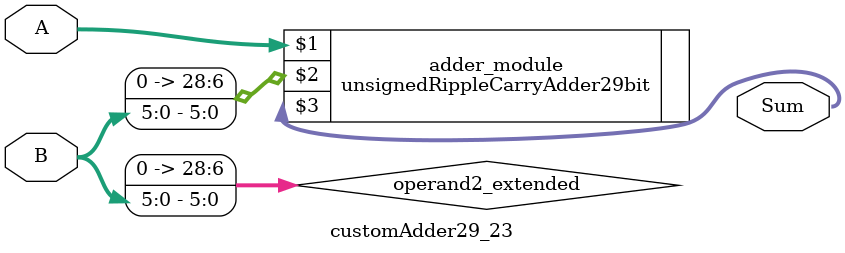
<source format=v>

module customAdder29_23(
                    input [28 : 0] A,
                    input [5 : 0] B,
                    
                    output [29 : 0] Sum
            );

    wire [28 : 0] operand2_extended;
    
    assign operand2_extended =  {23'b0, B};
    
    unsignedRippleCarryAdder29bit adder_module(
        A,
        operand2_extended,
        Sum
    );
    
endmodule
        
</source>
